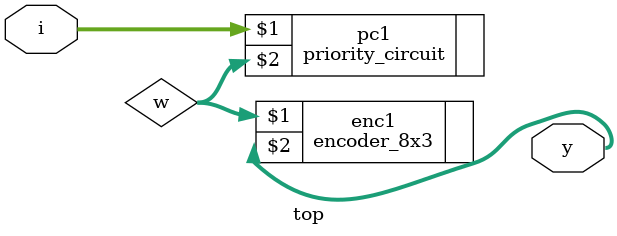
<source format=v>
`timescale 1ns / 1ps


module top(input [7:0]i,output[2:0]y );
wire [7:0]w;
priority_circuit pc1 (i,w);
encoder_8x3 enc1 (w,y);
endmodule

</source>
